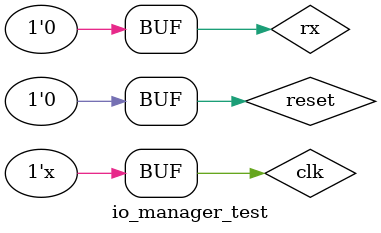
<source format=v>
`timescale 1ns / 1ps


module io_manager_test;

	// Inputs
	reg clk;
	reg rx;
	reg reset;

	// Outputs
	wire tx;
	wire [7:0] led;

	// Instantiate the Unit Under Test (UUT)
	io_manager uut (
		.clk(clk), 
		.rx(rx), 
		.tx(tx), 
		.reset(reset), 
		.led(led)
	);

	always begin
		#5 clk = ~clk;
	end
	
	initial begin
		// Initialize Inputs
		clk = 0;
		rx = 0;
		reset = 0;

		// Wait 100 ns for global reset to finish
		#100;
        
		// Add stimulus here
		#5000;
		//$finish;
		
	end
      
endmodule


</source>
